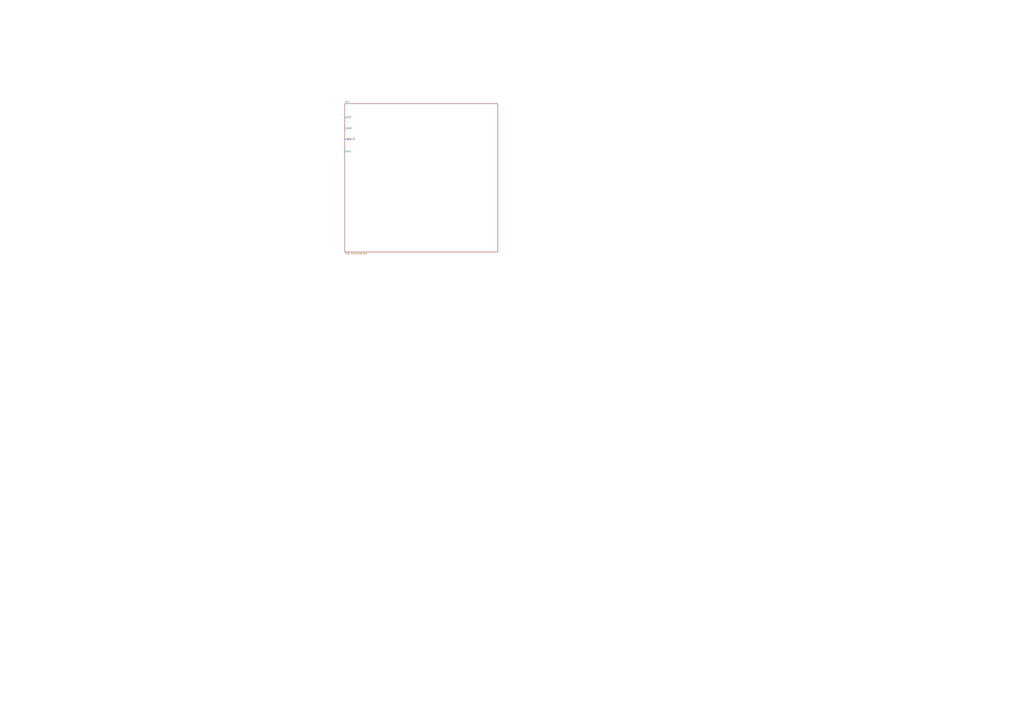
<source format=kicad_sch>
(kicad_sch
	(version 20250114)
	(generator "eeschema")
	(generator_version "9.0")
	(uuid "1196a00e-6878-4d6d-82b7-9e052dfe7c14")
	(paper "A1")
	(lib_symbols)
	(sheet
		(at 283.21 85.09)
		(size 125.73 121.92)
		(exclude_from_sim no)
		(in_bom yes)
		(on_board yes)
		(dnp no)
		(fields_autoplaced yes)
		(stroke
			(width 0.1524)
			(type solid)
		)
		(fill
			(color 0 0 0 0.0000)
		)
		(uuid "c4d8b530-1c6d-45af-88d2-7dc1d4321a34")
		(property "Sheetname" "ALU"
			(at 283.21 84.3784 0)
			(effects
				(font
					(size 1.27 1.27)
				)
				(justify left bottom)
			)
		)
		(property "Sheetfile" "ALU.kicad_sch"
			(at 283.21 207.5946 0)
			(effects
				(font
					(size 1.27 1.27)
				)
				(justify left top)
			)
		)
		(pin "GND" input
			(at 283.21 105.41 180)
			(uuid "7bbe02c6-3e6b-4ca8-a07a-7991fcf7ff39")
			(effects
				(font
					(size 1.27 1.27)
				)
				(justify left)
			)
		)
		(pin "Q[0..7]" tri_state
			(at 283.21 114.3 180)
			(uuid "1d91ebd4-75db-4efc-9fdd-d0228dffb9f1")
			(effects
				(font
					(size 1.27 1.27)
				)
				(justify left)
			)
		)
		(pin "VCC" input
			(at 283.21 124.46 180)
			(uuid "5b79aace-b573-4c91-a3e6-25596fcea0f4")
			(effects
				(font
					(size 1.27 1.27)
				)
				(justify left)
			)
		)
		(pin "~{CLK}" input
			(at 283.21 96.52 180)
			(uuid "42060016-6144-42ab-a560-b4072edd6521")
			(effects
				(font
					(size 1.27 1.27)
				)
				(justify left)
			)
		)
		(instances
			(project "Computer"
				(path "/1196a00e-6878-4d6d-82b7-9e052dfe7c14"
					(page "2")
				)
			)
		)
	)
	(sheet_instances
		(path "/"
			(page "1")
		)
	)
	(embedded_fonts no)
)

</source>
